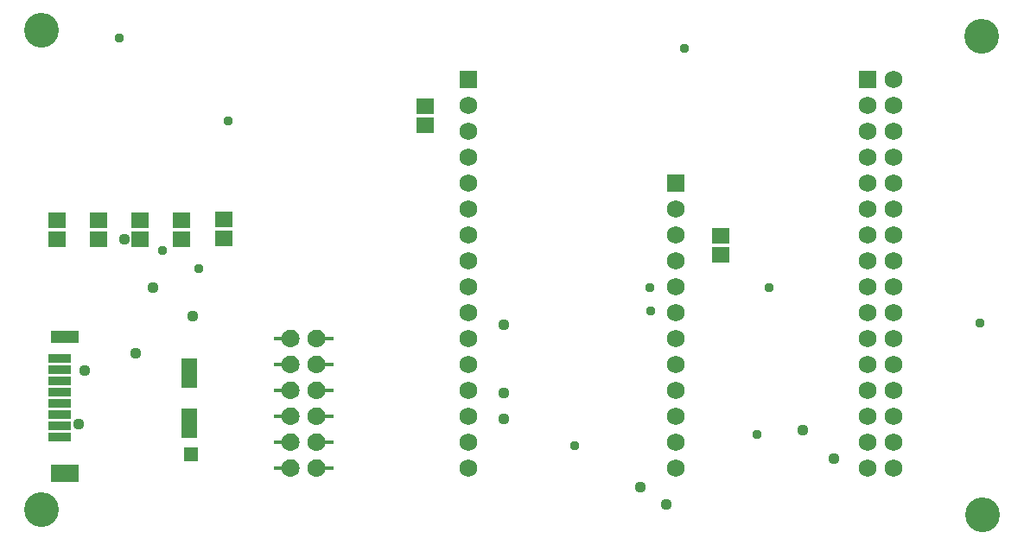
<source format=gbr>
G04 EAGLE Gerber RS-274X export*
G75*
%MOMM*%
%FSLAX34Y34*%
%LPD*%
%INSoldermask Top*%
%IPPOS*%
%AMOC8*
5,1,8,0,0,1.08239X$1,22.5*%
G01*
%ADD10C,3.403200*%
%ADD11R,2.203200X0.903200*%
%ADD12R,2.803200X1.203200*%
%ADD13R,2.803200X1.703200*%
%ADD14R,1.603200X2.903200*%
%ADD15R,1.403200X1.403200*%
%ADD16R,1.733200X1.733200*%
%ADD17C,1.733200*%
%ADD18R,1.703200X1.503200*%
%ADD19C,0.959600*%
%ADD20C,1.117600*%

G36*
X296098Y489197D02*
X296098Y489197D01*
X296104Y489193D01*
X297767Y489691D01*
X297771Y489696D01*
X297776Y489694D01*
X299308Y490509D01*
X299311Y490516D01*
X299316Y490514D01*
X300659Y491615D01*
X300660Y491622D01*
X300666Y491621D01*
X301766Y492964D01*
X301766Y492971D01*
X301771Y492972D01*
X302586Y494504D01*
X302585Y494511D01*
X302589Y494513D01*
X303077Y496141D01*
X310940Y496141D01*
X310987Y496177D01*
X310982Y496184D01*
X310989Y496190D01*
X310989Y499490D01*
X310953Y499537D01*
X310946Y499532D01*
X310940Y499539D01*
X303077Y499539D01*
X302589Y501167D01*
X302584Y501171D01*
X302586Y501176D01*
X301771Y502708D01*
X301764Y502711D01*
X301766Y502716D01*
X300666Y504059D01*
X300658Y504060D01*
X300659Y504066D01*
X299316Y505166D01*
X299309Y505166D01*
X299308Y505171D01*
X297776Y505986D01*
X297769Y505985D01*
X297767Y505989D01*
X296104Y506487D01*
X296094Y506484D01*
X296090Y506489D01*
X294640Y506489D01*
X294637Y506487D01*
X294635Y506489D01*
X292957Y506324D01*
X292952Y506319D01*
X292948Y506322D01*
X291335Y505833D01*
X291330Y505827D01*
X291326Y505829D01*
X289839Y505034D01*
X289836Y505028D01*
X289831Y505029D01*
X288528Y503959D01*
X288526Y503952D01*
X288521Y503952D01*
X287451Y502649D01*
X287451Y502642D01*
X287446Y502641D01*
X286651Y501154D01*
X286652Y501147D01*
X286648Y501145D01*
X286158Y499532D01*
X286161Y499525D01*
X286156Y499523D01*
X285991Y497845D01*
X285995Y497839D01*
X285991Y497835D01*
X286156Y496157D01*
X286161Y496152D01*
X286158Y496148D01*
X286648Y494535D01*
X286653Y494530D01*
X286651Y494526D01*
X287446Y493039D01*
X287453Y493036D01*
X287451Y493031D01*
X288521Y491728D01*
X288528Y491726D01*
X288528Y491721D01*
X289831Y490651D01*
X289838Y490651D01*
X289839Y490646D01*
X291326Y489851D01*
X291333Y489852D01*
X291335Y489848D01*
X292948Y489358D01*
X292955Y489361D01*
X292957Y489356D01*
X294635Y489191D01*
X294638Y489193D01*
X294640Y489191D01*
X296090Y489191D01*
X296098Y489197D01*
G37*
G36*
X296098Y463797D02*
X296098Y463797D01*
X296104Y463793D01*
X297767Y464291D01*
X297771Y464296D01*
X297776Y464294D01*
X299308Y465109D01*
X299311Y465116D01*
X299316Y465114D01*
X300659Y466215D01*
X300660Y466222D01*
X300666Y466221D01*
X301766Y467564D01*
X301766Y467571D01*
X301771Y467572D01*
X302586Y469104D01*
X302585Y469111D01*
X302589Y469113D01*
X303077Y470741D01*
X310940Y470741D01*
X310987Y470777D01*
X310982Y470784D01*
X310989Y470790D01*
X310989Y474090D01*
X310953Y474137D01*
X310946Y474132D01*
X310940Y474139D01*
X303077Y474139D01*
X302589Y475767D01*
X302584Y475771D01*
X302586Y475776D01*
X301771Y477308D01*
X301764Y477311D01*
X301766Y477316D01*
X300666Y478659D01*
X300658Y478660D01*
X300659Y478666D01*
X299316Y479766D01*
X299309Y479766D01*
X299308Y479771D01*
X297776Y480586D01*
X297769Y480585D01*
X297767Y480589D01*
X296104Y481087D01*
X296094Y481084D01*
X296090Y481089D01*
X294640Y481089D01*
X294637Y481087D01*
X294635Y481089D01*
X292957Y480924D01*
X292952Y480919D01*
X292948Y480922D01*
X291335Y480433D01*
X291330Y480427D01*
X291326Y480429D01*
X289839Y479634D01*
X289836Y479628D01*
X289831Y479629D01*
X288528Y478559D01*
X288526Y478552D01*
X288521Y478552D01*
X287451Y477249D01*
X287451Y477242D01*
X287446Y477241D01*
X286651Y475754D01*
X286652Y475747D01*
X286648Y475745D01*
X286158Y474132D01*
X286161Y474125D01*
X286156Y474123D01*
X285991Y472445D01*
X285995Y472439D01*
X285991Y472435D01*
X286156Y470757D01*
X286161Y470752D01*
X286158Y470748D01*
X286648Y469135D01*
X286653Y469130D01*
X286651Y469126D01*
X287446Y467639D01*
X287453Y467636D01*
X287451Y467631D01*
X288521Y466328D01*
X288528Y466326D01*
X288528Y466321D01*
X289831Y465251D01*
X289838Y465251D01*
X289839Y465246D01*
X291326Y464451D01*
X291333Y464452D01*
X291335Y464448D01*
X292948Y463958D01*
X292955Y463961D01*
X292957Y463956D01*
X294635Y463791D01*
X294638Y463793D01*
X294640Y463791D01*
X296090Y463791D01*
X296098Y463797D01*
G37*
G36*
X296098Y438397D02*
X296098Y438397D01*
X296104Y438393D01*
X297767Y438891D01*
X297771Y438896D01*
X297776Y438894D01*
X299308Y439709D01*
X299311Y439716D01*
X299316Y439714D01*
X300659Y440815D01*
X300660Y440822D01*
X300666Y440821D01*
X301766Y442164D01*
X301766Y442171D01*
X301771Y442172D01*
X302586Y443704D01*
X302585Y443711D01*
X302589Y443713D01*
X303077Y445341D01*
X310940Y445341D01*
X310987Y445377D01*
X310982Y445384D01*
X310989Y445390D01*
X310989Y448690D01*
X310953Y448737D01*
X310946Y448732D01*
X310940Y448739D01*
X303077Y448739D01*
X302589Y450367D01*
X302584Y450371D01*
X302586Y450376D01*
X301771Y451908D01*
X301764Y451911D01*
X301766Y451916D01*
X300666Y453259D01*
X300658Y453260D01*
X300659Y453266D01*
X299316Y454366D01*
X299309Y454366D01*
X299308Y454371D01*
X297776Y455186D01*
X297769Y455185D01*
X297767Y455189D01*
X296104Y455687D01*
X296094Y455684D01*
X296090Y455689D01*
X294640Y455689D01*
X294637Y455687D01*
X294635Y455689D01*
X292957Y455524D01*
X292952Y455519D01*
X292948Y455522D01*
X291335Y455033D01*
X291330Y455027D01*
X291326Y455029D01*
X289839Y454234D01*
X289836Y454228D01*
X289831Y454229D01*
X288528Y453159D01*
X288526Y453152D01*
X288521Y453152D01*
X287451Y451849D01*
X287451Y451842D01*
X287446Y451841D01*
X286651Y450354D01*
X286652Y450347D01*
X286648Y450345D01*
X286158Y448732D01*
X286161Y448725D01*
X286156Y448723D01*
X285991Y447045D01*
X285995Y447039D01*
X285991Y447035D01*
X286156Y445357D01*
X286161Y445352D01*
X286158Y445348D01*
X286648Y443735D01*
X286653Y443730D01*
X286651Y443726D01*
X287446Y442239D01*
X287453Y442236D01*
X287451Y442231D01*
X288521Y440928D01*
X288528Y440926D01*
X288528Y440921D01*
X289831Y439851D01*
X289838Y439851D01*
X289839Y439846D01*
X291326Y439051D01*
X291333Y439052D01*
X291335Y439048D01*
X292948Y438558D01*
X292955Y438561D01*
X292957Y438556D01*
X294635Y438391D01*
X294638Y438393D01*
X294640Y438391D01*
X296090Y438391D01*
X296098Y438397D01*
G37*
G36*
X296098Y412997D02*
X296098Y412997D01*
X296104Y412993D01*
X297767Y413491D01*
X297771Y413496D01*
X297776Y413494D01*
X299308Y414309D01*
X299311Y414316D01*
X299316Y414314D01*
X300659Y415415D01*
X300660Y415422D01*
X300666Y415421D01*
X301766Y416764D01*
X301766Y416771D01*
X301771Y416772D01*
X302586Y418304D01*
X302585Y418311D01*
X302589Y418313D01*
X303077Y419941D01*
X310940Y419941D01*
X310987Y419977D01*
X310982Y419984D01*
X310989Y419990D01*
X310989Y423290D01*
X310953Y423337D01*
X310946Y423332D01*
X310940Y423339D01*
X303077Y423339D01*
X302589Y424967D01*
X302584Y424971D01*
X302586Y424976D01*
X301771Y426508D01*
X301764Y426511D01*
X301766Y426516D01*
X300666Y427859D01*
X300658Y427860D01*
X300659Y427866D01*
X299316Y428966D01*
X299309Y428966D01*
X299308Y428971D01*
X297776Y429786D01*
X297769Y429785D01*
X297767Y429789D01*
X296104Y430287D01*
X296094Y430284D01*
X296090Y430289D01*
X294640Y430289D01*
X294637Y430287D01*
X294635Y430289D01*
X292957Y430124D01*
X292952Y430119D01*
X292948Y430122D01*
X291335Y429633D01*
X291330Y429627D01*
X291326Y429629D01*
X289839Y428834D01*
X289836Y428828D01*
X289831Y428829D01*
X288528Y427759D01*
X288526Y427752D01*
X288521Y427752D01*
X287451Y426449D01*
X287451Y426442D01*
X287446Y426441D01*
X286651Y424954D01*
X286652Y424947D01*
X286648Y424945D01*
X286158Y423332D01*
X286161Y423325D01*
X286156Y423323D01*
X285991Y421645D01*
X285995Y421639D01*
X285991Y421635D01*
X286156Y419957D01*
X286161Y419952D01*
X286158Y419948D01*
X286648Y418335D01*
X286653Y418330D01*
X286651Y418326D01*
X287446Y416839D01*
X287453Y416836D01*
X287451Y416831D01*
X288521Y415528D01*
X288528Y415526D01*
X288528Y415521D01*
X289831Y414451D01*
X289838Y414451D01*
X289839Y414446D01*
X291326Y413651D01*
X291333Y413652D01*
X291335Y413648D01*
X292948Y413158D01*
X292955Y413161D01*
X292957Y413156D01*
X294635Y412991D01*
X294638Y412993D01*
X294640Y412991D01*
X296090Y412991D01*
X296098Y412997D01*
G37*
G36*
X296098Y387597D02*
X296098Y387597D01*
X296104Y387593D01*
X297767Y388091D01*
X297771Y388096D01*
X297776Y388094D01*
X299308Y388909D01*
X299311Y388916D01*
X299316Y388914D01*
X300659Y390015D01*
X300660Y390022D01*
X300666Y390021D01*
X301766Y391364D01*
X301766Y391371D01*
X301771Y391372D01*
X302586Y392904D01*
X302585Y392911D01*
X302589Y392913D01*
X303077Y394541D01*
X310940Y394541D01*
X310987Y394577D01*
X310982Y394584D01*
X310989Y394590D01*
X310989Y397890D01*
X310953Y397937D01*
X310946Y397932D01*
X310940Y397939D01*
X303077Y397939D01*
X302589Y399567D01*
X302584Y399571D01*
X302586Y399576D01*
X301771Y401108D01*
X301764Y401111D01*
X301766Y401116D01*
X300666Y402459D01*
X300658Y402460D01*
X300659Y402466D01*
X299316Y403566D01*
X299309Y403566D01*
X299308Y403571D01*
X297776Y404386D01*
X297769Y404385D01*
X297767Y404389D01*
X296104Y404887D01*
X296094Y404884D01*
X296090Y404889D01*
X294640Y404889D01*
X294637Y404887D01*
X294635Y404889D01*
X292957Y404724D01*
X292952Y404719D01*
X292948Y404722D01*
X291335Y404233D01*
X291330Y404227D01*
X291326Y404229D01*
X289839Y403434D01*
X289836Y403428D01*
X289831Y403429D01*
X288528Y402359D01*
X288526Y402352D01*
X288521Y402352D01*
X287451Y401049D01*
X287451Y401042D01*
X287446Y401041D01*
X286651Y399554D01*
X286652Y399547D01*
X286648Y399545D01*
X286158Y397932D01*
X286161Y397925D01*
X286156Y397923D01*
X285991Y396245D01*
X285995Y396239D01*
X285991Y396235D01*
X286156Y394557D01*
X286161Y394552D01*
X286158Y394548D01*
X286648Y392935D01*
X286653Y392930D01*
X286651Y392926D01*
X287446Y391439D01*
X287453Y391436D01*
X287451Y391431D01*
X288521Y390128D01*
X288528Y390126D01*
X288528Y390121D01*
X289831Y389051D01*
X289838Y389051D01*
X289839Y389046D01*
X291326Y388251D01*
X291333Y388252D01*
X291335Y388248D01*
X292948Y387758D01*
X292955Y387761D01*
X292957Y387756D01*
X294635Y387591D01*
X294638Y387593D01*
X294640Y387591D01*
X296090Y387591D01*
X296098Y387597D01*
G37*
G36*
X296098Y362197D02*
X296098Y362197D01*
X296104Y362193D01*
X297767Y362691D01*
X297771Y362696D01*
X297776Y362694D01*
X299308Y363509D01*
X299311Y363516D01*
X299316Y363514D01*
X300659Y364615D01*
X300660Y364622D01*
X300666Y364621D01*
X301766Y365964D01*
X301766Y365971D01*
X301771Y365972D01*
X302586Y367504D01*
X302585Y367511D01*
X302589Y367513D01*
X303077Y369141D01*
X310940Y369141D01*
X310987Y369177D01*
X310982Y369184D01*
X310989Y369190D01*
X310989Y372490D01*
X310953Y372537D01*
X310946Y372532D01*
X310940Y372539D01*
X303077Y372539D01*
X302589Y374167D01*
X302584Y374171D01*
X302586Y374176D01*
X301771Y375708D01*
X301764Y375711D01*
X301766Y375716D01*
X300666Y377059D01*
X300658Y377060D01*
X300659Y377066D01*
X299316Y378166D01*
X299309Y378166D01*
X299308Y378171D01*
X297776Y378986D01*
X297769Y378985D01*
X297767Y378989D01*
X296104Y379487D01*
X296094Y379484D01*
X296090Y379489D01*
X294640Y379489D01*
X294637Y379487D01*
X294635Y379489D01*
X292957Y379324D01*
X292952Y379319D01*
X292948Y379322D01*
X291335Y378833D01*
X291330Y378827D01*
X291326Y378829D01*
X289839Y378034D01*
X289836Y378028D01*
X289831Y378029D01*
X288528Y376959D01*
X288526Y376952D01*
X288521Y376952D01*
X287451Y375649D01*
X287451Y375642D01*
X287446Y375641D01*
X286651Y374154D01*
X286652Y374147D01*
X286648Y374145D01*
X286158Y372532D01*
X286161Y372525D01*
X286156Y372523D01*
X285991Y370845D01*
X285995Y370839D01*
X285991Y370835D01*
X286156Y369157D01*
X286161Y369152D01*
X286158Y369148D01*
X286648Y367535D01*
X286653Y367530D01*
X286651Y367526D01*
X287446Y366039D01*
X287453Y366036D01*
X287451Y366031D01*
X288521Y364728D01*
X288528Y364726D01*
X288528Y364721D01*
X289831Y363651D01*
X289838Y363651D01*
X289839Y363646D01*
X291326Y362851D01*
X291333Y362852D01*
X291335Y362848D01*
X292948Y362358D01*
X292955Y362361D01*
X292957Y362356D01*
X294635Y362191D01*
X294638Y362193D01*
X294640Y362191D01*
X296090Y362191D01*
X296098Y362197D01*
G37*
G36*
X270923Y489356D02*
X270923Y489356D01*
X270928Y489361D01*
X270932Y489358D01*
X272545Y489848D01*
X272550Y489853D01*
X272554Y489851D01*
X274041Y490646D01*
X274044Y490653D01*
X274049Y490651D01*
X275352Y491721D01*
X275354Y491728D01*
X275359Y491728D01*
X276429Y493031D01*
X276429Y493038D01*
X276434Y493039D01*
X277229Y494526D01*
X277228Y494533D01*
X277233Y494535D01*
X277311Y494792D01*
X277325Y494841D01*
X277326Y494841D01*
X277550Y495580D01*
X277722Y496148D01*
X277719Y496155D01*
X277724Y496157D01*
X277889Y497835D01*
X277885Y497841D01*
X277889Y497845D01*
X277724Y499523D01*
X277719Y499528D01*
X277722Y499532D01*
X277233Y501145D01*
X277227Y501150D01*
X277229Y501154D01*
X276434Y502641D01*
X276428Y502644D01*
X276429Y502649D01*
X275359Y503952D01*
X275352Y503954D01*
X275352Y503959D01*
X274049Y505029D01*
X274042Y505029D01*
X274041Y505034D01*
X272554Y505829D01*
X272547Y505828D01*
X272545Y505833D01*
X270932Y506322D01*
X270925Y506319D01*
X270923Y506324D01*
X269245Y506489D01*
X269239Y506485D01*
X269235Y506489D01*
X267558Y506320D01*
X267553Y506315D01*
X267549Y506318D01*
X265937Y505825D01*
X265933Y505819D01*
X265928Y505821D01*
X264445Y505021D01*
X264442Y505015D01*
X264437Y505016D01*
X263138Y503942D01*
X263137Y503935D01*
X263131Y503935D01*
X262068Y502627D01*
X262068Y502620D01*
X262063Y502619D01*
X261276Y501129D01*
X261277Y501125D01*
X261274Y501123D01*
X261276Y501121D01*
X261273Y501120D01*
X260803Y499539D01*
X252940Y499539D01*
X252893Y499503D01*
X252895Y499500D01*
X252893Y499497D01*
X252895Y499494D01*
X252891Y499490D01*
X252891Y496190D01*
X252927Y496143D01*
X252934Y496148D01*
X252940Y496141D01*
X260803Y496141D01*
X261273Y494560D01*
X261278Y494556D01*
X261276Y494551D01*
X262063Y493061D01*
X262069Y493058D01*
X262068Y493053D01*
X263131Y491745D01*
X263138Y491743D01*
X263138Y491738D01*
X264437Y490664D01*
X264444Y490664D01*
X264445Y490659D01*
X265928Y489859D01*
X265936Y489860D01*
X265937Y489855D01*
X267549Y489362D01*
X267556Y489364D01*
X267558Y489360D01*
X269235Y489191D01*
X269241Y489195D01*
X269245Y489191D01*
X270923Y489356D01*
G37*
G36*
X270923Y438556D02*
X270923Y438556D01*
X270928Y438561D01*
X270932Y438558D01*
X272545Y439048D01*
X272550Y439053D01*
X272554Y439051D01*
X274041Y439846D01*
X274044Y439853D01*
X274049Y439851D01*
X275352Y440921D01*
X275354Y440928D01*
X275359Y440928D01*
X276429Y442231D01*
X276429Y442238D01*
X276434Y442239D01*
X277229Y443726D01*
X277228Y443733D01*
X277233Y443735D01*
X277311Y443992D01*
X277325Y444041D01*
X277326Y444041D01*
X277550Y444780D01*
X277722Y445348D01*
X277719Y445355D01*
X277724Y445357D01*
X277889Y447035D01*
X277885Y447041D01*
X277889Y447045D01*
X277724Y448723D01*
X277719Y448728D01*
X277722Y448732D01*
X277233Y450345D01*
X277227Y450350D01*
X277229Y450354D01*
X276434Y451841D01*
X276428Y451844D01*
X276429Y451849D01*
X275359Y453152D01*
X275352Y453154D01*
X275352Y453159D01*
X274049Y454229D01*
X274042Y454229D01*
X274041Y454234D01*
X272554Y455029D01*
X272547Y455028D01*
X272545Y455033D01*
X270932Y455522D01*
X270925Y455519D01*
X270923Y455524D01*
X269245Y455689D01*
X269239Y455685D01*
X269235Y455689D01*
X267558Y455520D01*
X267553Y455515D01*
X267549Y455518D01*
X265937Y455025D01*
X265933Y455019D01*
X265928Y455021D01*
X264445Y454221D01*
X264442Y454215D01*
X264437Y454216D01*
X263138Y453142D01*
X263137Y453135D01*
X263131Y453135D01*
X262068Y451827D01*
X262068Y451820D01*
X262063Y451819D01*
X261276Y450329D01*
X261277Y450325D01*
X261274Y450323D01*
X261276Y450321D01*
X261273Y450320D01*
X260803Y448739D01*
X252940Y448739D01*
X252893Y448703D01*
X252895Y448700D01*
X252893Y448697D01*
X252895Y448694D01*
X252891Y448690D01*
X252891Y445390D01*
X252927Y445343D01*
X252934Y445348D01*
X252940Y445341D01*
X260803Y445341D01*
X261273Y443760D01*
X261278Y443756D01*
X261276Y443751D01*
X262063Y442261D01*
X262069Y442258D01*
X262068Y442253D01*
X263131Y440945D01*
X263138Y440943D01*
X263138Y440938D01*
X264437Y439864D01*
X264444Y439864D01*
X264445Y439859D01*
X265928Y439059D01*
X265936Y439060D01*
X265937Y439055D01*
X267549Y438562D01*
X267556Y438564D01*
X267558Y438560D01*
X269235Y438391D01*
X269241Y438395D01*
X269245Y438391D01*
X270923Y438556D01*
G37*
G36*
X270923Y413156D02*
X270923Y413156D01*
X270928Y413161D01*
X270932Y413158D01*
X272545Y413648D01*
X272550Y413653D01*
X272554Y413651D01*
X274041Y414446D01*
X274044Y414453D01*
X274049Y414451D01*
X275352Y415521D01*
X275354Y415528D01*
X275359Y415528D01*
X276429Y416831D01*
X276429Y416838D01*
X276434Y416839D01*
X277229Y418326D01*
X277228Y418333D01*
X277233Y418335D01*
X277311Y418592D01*
X277325Y418641D01*
X277326Y418641D01*
X277550Y419380D01*
X277722Y419948D01*
X277719Y419955D01*
X277724Y419957D01*
X277889Y421635D01*
X277885Y421641D01*
X277889Y421645D01*
X277724Y423323D01*
X277719Y423328D01*
X277722Y423332D01*
X277233Y424945D01*
X277227Y424950D01*
X277229Y424954D01*
X276434Y426441D01*
X276428Y426444D01*
X276429Y426449D01*
X275359Y427752D01*
X275352Y427754D01*
X275352Y427759D01*
X274049Y428829D01*
X274042Y428829D01*
X274041Y428834D01*
X272554Y429629D01*
X272547Y429628D01*
X272545Y429633D01*
X270932Y430122D01*
X270925Y430119D01*
X270923Y430124D01*
X269245Y430289D01*
X269239Y430285D01*
X269235Y430289D01*
X267558Y430120D01*
X267553Y430115D01*
X267549Y430118D01*
X265937Y429625D01*
X265933Y429619D01*
X265928Y429621D01*
X264445Y428821D01*
X264442Y428815D01*
X264437Y428816D01*
X263138Y427742D01*
X263137Y427735D01*
X263131Y427735D01*
X262068Y426427D01*
X262068Y426420D01*
X262063Y426419D01*
X261276Y424929D01*
X261277Y424925D01*
X261274Y424923D01*
X261276Y424921D01*
X261273Y424920D01*
X260803Y423339D01*
X252940Y423339D01*
X252893Y423303D01*
X252895Y423300D01*
X252893Y423297D01*
X252895Y423294D01*
X252891Y423290D01*
X252891Y419990D01*
X252927Y419943D01*
X252934Y419948D01*
X252940Y419941D01*
X260803Y419941D01*
X261273Y418360D01*
X261278Y418356D01*
X261276Y418351D01*
X262063Y416861D01*
X262069Y416858D01*
X262068Y416853D01*
X263131Y415545D01*
X263138Y415543D01*
X263138Y415538D01*
X264437Y414464D01*
X264444Y414464D01*
X264445Y414459D01*
X265928Y413659D01*
X265936Y413660D01*
X265937Y413655D01*
X267549Y413162D01*
X267556Y413164D01*
X267558Y413160D01*
X269235Y412991D01*
X269241Y412995D01*
X269245Y412991D01*
X270923Y413156D01*
G37*
G36*
X270923Y387756D02*
X270923Y387756D01*
X270928Y387761D01*
X270932Y387758D01*
X272545Y388248D01*
X272550Y388253D01*
X272554Y388251D01*
X274041Y389046D01*
X274044Y389053D01*
X274049Y389051D01*
X275352Y390121D01*
X275354Y390128D01*
X275359Y390128D01*
X276429Y391431D01*
X276429Y391438D01*
X276434Y391439D01*
X277229Y392926D01*
X277228Y392933D01*
X277233Y392935D01*
X277311Y393192D01*
X277325Y393241D01*
X277326Y393241D01*
X277550Y393980D01*
X277722Y394548D01*
X277719Y394555D01*
X277724Y394557D01*
X277889Y396235D01*
X277885Y396241D01*
X277889Y396245D01*
X277724Y397923D01*
X277719Y397928D01*
X277722Y397932D01*
X277233Y399545D01*
X277227Y399550D01*
X277229Y399554D01*
X276434Y401041D01*
X276428Y401044D01*
X276429Y401049D01*
X275359Y402352D01*
X275352Y402354D01*
X275352Y402359D01*
X274049Y403429D01*
X274042Y403429D01*
X274041Y403434D01*
X272554Y404229D01*
X272547Y404228D01*
X272545Y404233D01*
X270932Y404722D01*
X270925Y404719D01*
X270923Y404724D01*
X269245Y404889D01*
X269239Y404885D01*
X269235Y404889D01*
X267558Y404720D01*
X267553Y404715D01*
X267549Y404718D01*
X265937Y404225D01*
X265933Y404219D01*
X265928Y404221D01*
X264445Y403421D01*
X264442Y403415D01*
X264437Y403416D01*
X263138Y402342D01*
X263137Y402335D01*
X263131Y402335D01*
X262068Y401027D01*
X262068Y401020D01*
X262063Y401019D01*
X261276Y399529D01*
X261277Y399525D01*
X261274Y399523D01*
X261276Y399521D01*
X261273Y399520D01*
X260803Y397939D01*
X252940Y397939D01*
X252893Y397903D01*
X252895Y397900D01*
X252893Y397897D01*
X252895Y397894D01*
X252891Y397890D01*
X252891Y394590D01*
X252927Y394543D01*
X252934Y394548D01*
X252940Y394541D01*
X260803Y394541D01*
X261273Y392960D01*
X261278Y392956D01*
X261276Y392951D01*
X262063Y391461D01*
X262069Y391458D01*
X262068Y391453D01*
X263131Y390145D01*
X263138Y390143D01*
X263138Y390138D01*
X264437Y389064D01*
X264444Y389064D01*
X264445Y389059D01*
X265928Y388259D01*
X265936Y388260D01*
X265937Y388255D01*
X267549Y387762D01*
X267556Y387764D01*
X267558Y387760D01*
X269235Y387591D01*
X269241Y387595D01*
X269245Y387591D01*
X270923Y387756D01*
G37*
G36*
X270923Y362356D02*
X270923Y362356D01*
X270928Y362361D01*
X270932Y362358D01*
X272545Y362848D01*
X272550Y362853D01*
X272554Y362851D01*
X274041Y363646D01*
X274044Y363653D01*
X274049Y363651D01*
X275352Y364721D01*
X275354Y364728D01*
X275359Y364728D01*
X276429Y366031D01*
X276429Y366038D01*
X276434Y366039D01*
X277229Y367526D01*
X277228Y367533D01*
X277233Y367535D01*
X277311Y367792D01*
X277325Y367841D01*
X277326Y367841D01*
X277550Y368580D01*
X277722Y369148D01*
X277719Y369155D01*
X277724Y369157D01*
X277889Y370835D01*
X277885Y370841D01*
X277889Y370845D01*
X277724Y372523D01*
X277719Y372528D01*
X277722Y372532D01*
X277233Y374145D01*
X277227Y374150D01*
X277229Y374154D01*
X276434Y375641D01*
X276428Y375644D01*
X276429Y375649D01*
X275359Y376952D01*
X275352Y376954D01*
X275352Y376959D01*
X274049Y378029D01*
X274042Y378029D01*
X274041Y378034D01*
X272554Y378829D01*
X272547Y378828D01*
X272545Y378833D01*
X270932Y379322D01*
X270925Y379319D01*
X270923Y379324D01*
X269245Y379489D01*
X269239Y379485D01*
X269235Y379489D01*
X267558Y379320D01*
X267553Y379315D01*
X267549Y379318D01*
X265937Y378825D01*
X265933Y378819D01*
X265928Y378821D01*
X264445Y378021D01*
X264442Y378015D01*
X264437Y378016D01*
X263138Y376942D01*
X263137Y376935D01*
X263131Y376935D01*
X262068Y375627D01*
X262068Y375620D01*
X262063Y375619D01*
X261276Y374129D01*
X261277Y374125D01*
X261274Y374123D01*
X261276Y374121D01*
X261273Y374120D01*
X260803Y372539D01*
X252940Y372539D01*
X252893Y372503D01*
X252895Y372500D01*
X252893Y372497D01*
X252895Y372494D01*
X252891Y372490D01*
X252891Y369190D01*
X252927Y369143D01*
X252934Y369148D01*
X252940Y369141D01*
X260803Y369141D01*
X261273Y367560D01*
X261278Y367556D01*
X261276Y367551D01*
X262063Y366061D01*
X262069Y366058D01*
X262068Y366053D01*
X263131Y364745D01*
X263138Y364743D01*
X263138Y364738D01*
X264437Y363664D01*
X264444Y363664D01*
X264445Y363659D01*
X265928Y362859D01*
X265936Y362860D01*
X265937Y362855D01*
X267549Y362362D01*
X267556Y362364D01*
X267558Y362360D01*
X269235Y362191D01*
X269241Y362195D01*
X269245Y362191D01*
X270923Y362356D01*
G37*
G36*
X270923Y463956D02*
X270923Y463956D01*
X270928Y463961D01*
X270932Y463958D01*
X272545Y464448D01*
X272550Y464453D01*
X272554Y464451D01*
X274041Y465246D01*
X274044Y465253D01*
X274049Y465251D01*
X275352Y466321D01*
X275354Y466328D01*
X275359Y466328D01*
X276429Y467631D01*
X276429Y467638D01*
X276434Y467639D01*
X277229Y469126D01*
X277228Y469133D01*
X277233Y469135D01*
X277385Y469638D01*
X277609Y470377D01*
X277624Y470426D01*
X277722Y470748D01*
X277719Y470755D01*
X277724Y470757D01*
X277889Y472435D01*
X277885Y472441D01*
X277889Y472445D01*
X277724Y474123D01*
X277719Y474128D01*
X277722Y474132D01*
X277233Y475745D01*
X277227Y475750D01*
X277229Y475754D01*
X276434Y477241D01*
X276428Y477244D01*
X276429Y477249D01*
X275359Y478552D01*
X275352Y478554D01*
X275352Y478559D01*
X274049Y479629D01*
X274042Y479629D01*
X274041Y479634D01*
X272554Y480429D01*
X272547Y480428D01*
X272545Y480433D01*
X270932Y480922D01*
X270925Y480919D01*
X270923Y480924D01*
X269245Y481089D01*
X269239Y481085D01*
X269235Y481089D01*
X267558Y480920D01*
X267553Y480915D01*
X267549Y480918D01*
X265937Y480425D01*
X265933Y480419D01*
X265928Y480421D01*
X264445Y479621D01*
X264442Y479615D01*
X264437Y479616D01*
X263138Y478542D01*
X263137Y478535D01*
X263131Y478535D01*
X262068Y477227D01*
X262068Y477220D01*
X262063Y477219D01*
X261276Y475729D01*
X261277Y475725D01*
X261274Y475723D01*
X261276Y475721D01*
X261273Y475720D01*
X260803Y474139D01*
X252940Y474139D01*
X252893Y474103D01*
X252896Y474099D01*
X252893Y474097D01*
X252895Y474094D01*
X252891Y474090D01*
X252891Y470790D01*
X252927Y470743D01*
X252934Y470748D01*
X252940Y470741D01*
X260803Y470741D01*
X261273Y469160D01*
X261278Y469156D01*
X261276Y469151D01*
X262063Y467661D01*
X262069Y467658D01*
X262068Y467653D01*
X263131Y466345D01*
X263138Y466343D01*
X263138Y466338D01*
X264437Y465264D01*
X264444Y465264D01*
X264445Y465259D01*
X265928Y464459D01*
X265936Y464460D01*
X265937Y464455D01*
X267549Y463962D01*
X267556Y463964D01*
X267558Y463960D01*
X269235Y463791D01*
X269241Y463795D01*
X269245Y463791D01*
X270923Y463956D01*
G37*
D10*
X25400Y800100D03*
X946150Y793750D03*
X25400Y330200D03*
X947420Y325120D03*
D11*
X43180Y478070D03*
X43180Y467070D03*
X43180Y456070D03*
X43180Y445070D03*
X43180Y434070D03*
X43180Y423070D03*
X43180Y412070D03*
X43180Y401070D03*
D12*
X48180Y499070D03*
D13*
X48180Y365570D03*
D14*
X170180Y415070D03*
X170180Y464070D03*
D15*
X171180Y384570D03*
D16*
X646430Y650240D03*
D17*
X646430Y624840D03*
X646430Y599440D03*
X646430Y574040D03*
X646430Y548640D03*
X646430Y523240D03*
X646430Y497840D03*
X646430Y472440D03*
X646430Y447040D03*
X646430Y421640D03*
X646430Y396240D03*
X646430Y370840D03*
D16*
X443230Y751840D03*
D17*
X443230Y726440D03*
X443230Y701040D03*
X443230Y675640D03*
X443230Y650240D03*
X443230Y624840D03*
X443230Y599440D03*
X443230Y574040D03*
X443230Y548640D03*
X443230Y523240D03*
X443230Y497840D03*
X443230Y472440D03*
X443230Y447040D03*
X443230Y421640D03*
X443230Y396240D03*
X443230Y370840D03*
X269240Y497840D03*
X294640Y497840D03*
X269240Y472440D03*
X294640Y472440D03*
X269240Y447040D03*
X294640Y447040D03*
X269240Y421640D03*
X294640Y421640D03*
X269240Y396240D03*
X294640Y396240D03*
X269240Y370840D03*
X294640Y370840D03*
D16*
X834390Y751840D03*
D17*
X859790Y751840D03*
X834390Y726440D03*
X859790Y726440D03*
X834390Y701040D03*
X859790Y701040D03*
X834390Y675640D03*
X859790Y675640D03*
X834390Y650240D03*
X859790Y650240D03*
X834390Y624840D03*
X859790Y624840D03*
X834390Y599440D03*
X859790Y599440D03*
X834390Y574040D03*
X859790Y574040D03*
X834390Y548640D03*
X859790Y548640D03*
X834390Y523240D03*
X859790Y523240D03*
X834390Y497840D03*
X859790Y497840D03*
X834390Y472440D03*
X859790Y472440D03*
X834390Y447040D03*
X859790Y447040D03*
X834390Y421640D03*
X859790Y421640D03*
X834390Y396240D03*
X859790Y396240D03*
X834390Y370840D03*
X859790Y370840D03*
D18*
X401320Y725780D03*
X401320Y706780D03*
X690880Y598780D03*
X690880Y579780D03*
X81280Y595020D03*
X81280Y614020D03*
X121920Y595020D03*
X121920Y614020D03*
X162560Y595020D03*
X162560Y614020D03*
X203962Y595782D03*
X203962Y614782D03*
X40640Y614020D03*
X40640Y595020D03*
D19*
X101600Y792480D03*
X208280Y711200D03*
X655320Y782320D03*
X944880Y513080D03*
X179070Y566420D03*
X143510Y584200D03*
X547370Y392430D03*
X622300Y524510D03*
X621030Y547370D03*
X726440Y403860D03*
X737870Y547370D03*
D20*
X67056Y466598D03*
X173228Y519684D03*
X477774Y444246D03*
X611886Y352044D03*
X771144Y407924D03*
X637032Y335280D03*
X106172Y595122D03*
X117348Y483362D03*
X134112Y547624D03*
X61468Y413512D03*
X477774Y511302D03*
X801878Y379984D03*
X477774Y419100D03*
M02*

</source>
